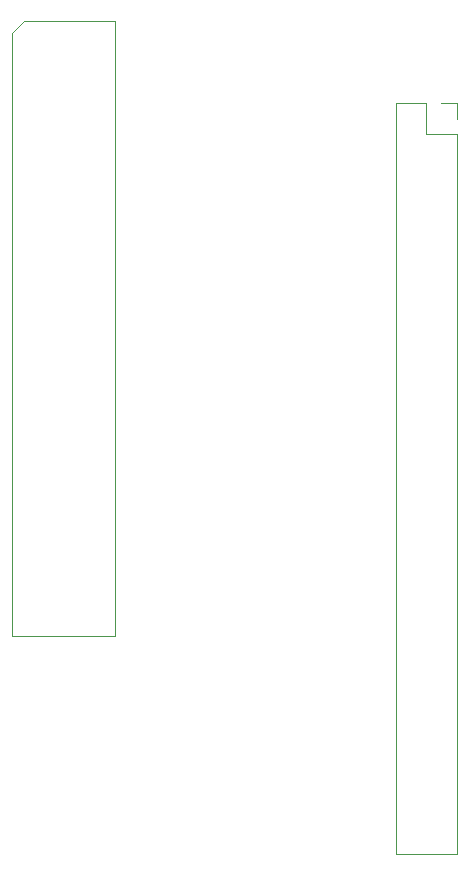
<source format=gbr>
G04 #@! TF.GenerationSoftware,KiCad,Pcbnew,(5.1.5)-3*
G04 #@! TF.CreationDate,2020-04-25T00:27:07+01:00*
G04 #@! TF.ProjectId,SCSIConnector,53435349-436f-46e6-9e65-63746f722e6b,rev?*
G04 #@! TF.SameCoordinates,Original*
G04 #@! TF.FileFunction,Legend,Top*
G04 #@! TF.FilePolarity,Positive*
%FSLAX46Y46*%
G04 Gerber Fmt 4.6, Leading zero omitted, Abs format (unit mm)*
G04 Created by KiCad (PCBNEW (5.1.5)-3) date 2020-04-25 00:27:07*
%MOMM*%
%LPD*%
G04 APERTURE LIST*
%ADD10C,0.120000*%
G04 APERTURE END LIST*
D10*
X170650000Y-54965000D02*
X171650000Y-53965000D01*
X171650000Y-53965000D02*
X179350000Y-53965000D01*
X179350000Y-53965000D02*
X179350000Y-106035000D01*
X179350000Y-106035000D02*
X170650000Y-106035000D01*
X170650000Y-106035000D02*
X170650000Y-54965000D01*
X207010000Y-60900000D02*
X208340000Y-60900000D01*
X208340000Y-60900000D02*
X208340000Y-62230000D01*
X205740000Y-60900000D02*
X205740000Y-63500000D01*
X205740000Y-63500000D02*
X208340000Y-63500000D01*
X208340000Y-63500000D02*
X208340000Y-124520000D01*
X203140000Y-124520000D02*
X208340000Y-124520000D01*
X203140000Y-60900000D02*
X203140000Y-124520000D01*
X203140000Y-60900000D02*
X205740000Y-60900000D01*
M02*

</source>
